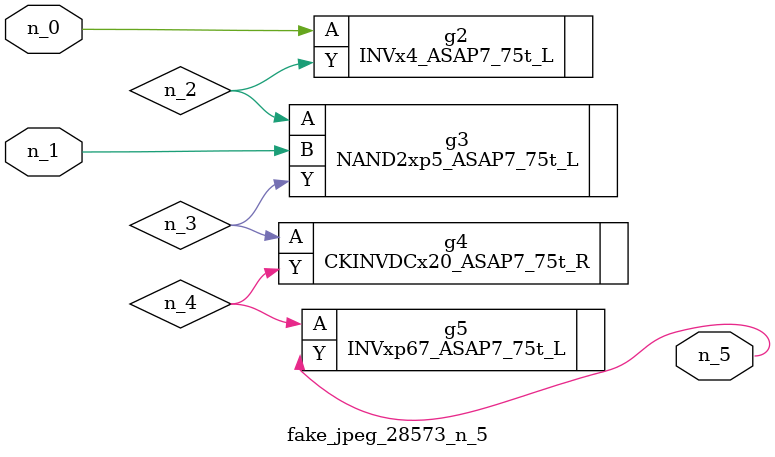
<source format=v>
module fake_jpeg_28573_n_5 (n_0, n_1, n_5);

input n_0;
input n_1;

output n_5;

wire n_3;
wire n_2;
wire n_4;

INVx4_ASAP7_75t_L g2 ( 
.A(n_0),
.Y(n_2)
);

NAND2xp5_ASAP7_75t_L g3 ( 
.A(n_2),
.B(n_1),
.Y(n_3)
);

CKINVDCx20_ASAP7_75t_R g4 ( 
.A(n_3),
.Y(n_4)
);

INVxp67_ASAP7_75t_L g5 ( 
.A(n_4),
.Y(n_5)
);


endmodule
</source>
